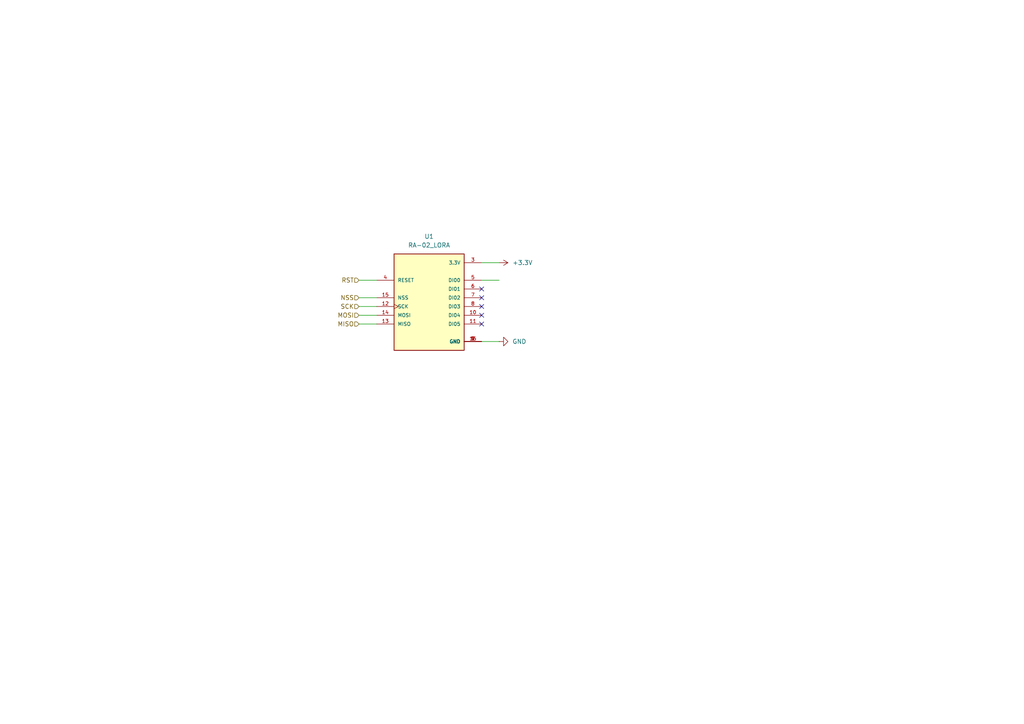
<source format=kicad_sch>
(kicad_sch (version 20231120) (generator "eeschema") (generator_version "8.0")
  (paper "A4")
  (lib_symbols
    (symbol "RA-02_LORA:RA-02_LORA" (pin_names (offset 1.016))
      (property "Reference" "U" (at -10.16 16.51 0))
      (property "Value" "RA-02_LORA" (at -10.16 -13.97 0))
      (symbol "RA-02_LORA_0_0"
        (rectangle (start -10.16 -12.7) (end 10.16 15.24) (stroke (width 0.254)) (fill (type background)))
        (pin power_in line (at 15.24 -10.16 180) (length 5.08) (name "GND") (number "1"))
        (pin bidirectional line (at 15.24 -2.54 180) (length 5.08) (name "DI04") (number "10"))
        (pin bidirectional line (at 15.24 -5.08 180) (length 5.08) (name "DI05") (number "11"))
        (pin input clock (at -15.24 0 0) (length 5.08) (name "SCK") (number "12"))
        (pin output line (at -15.24 -5.08 0) (length 5.08) (name "MISO") (number "13"))
        (pin input line (at -15.24 -2.54 0) (length 5.08) (name "MOSI") (number "14"))
        (pin input line (at -15.24 2.54 0) (length 5.08) (name "NSS") (number "15"))
        (pin power_in line (at 15.24 -10.16 180) (length 5.08) (name "GND") (number "16"))
        (pin power_in line (at 15.24 -10.16 180) (length 5.08) (name "GND") (number "2"))
        (pin power_in line (at 15.24 12.7 180) (length 5.08) (name "3.3V") (number "3"))
        (pin input line (at -15.24 7.62 0) (length 5.08) (name "RESET") (number "4"))
        (pin bidirectional line (at 15.24 7.62 180) (length 5.08) (name "DI00") (number "5"))
        (pin bidirectional line (at 15.24 5.08 180) (length 5.08) (name "DI01") (number "6"))
        (pin bidirectional line (at 15.24 2.54 180) (length 5.08) (name "DI02") (number "7"))
        (pin bidirectional line (at 15.24 0 180) (length 5.08) (name "DI03") (number "8"))
        (pin power_in line (at 15.24 -10.16 180) (length 5.08) (name "GND") (number "9"))
      )
    )
    (symbol "power:+3.3V" (power) (pin_numbers hide) (pin_names (offset 0) hide)
      (property "Value" "+3.3V" (at 0 3.556 0))
      (symbol "+3.3V_0_1"
        (polyline (pts (xy -0.762 1.27) (xy 0 2.54)))
        (polyline (pts (xy 0 0) (xy 0 2.54)))
        (polyline (pts (xy 0 2.54) (xy 0.762 1.27)))
      )
      (symbol "+3.3V_1_1"
        (pin power_in line (at 0 0 90) (length 0) (name "~") (number "1"))
      )
    )
    (symbol "power:GND" (power) (pin_numbers hide) (pin_names (offset 0) hide)
      (property "Value" "GND" (at 0 -3.81 0))
      (symbol "GND_0_1"
        (polyline (pts (xy 0 0) (xy 0 -1.27) (xy 1.27 -1.27) (xy 0 -2.54) (xy -1.27 -1.27) (xy 0 -1.27)))
      )
      (symbol "GND_1_1"
        (pin power_in line (at 0 0 270) (length 0) (name "~") (number "1"))
      )
    )
  )
  (no_connect (at 139.7 91.44))
  (no_connect (at 139.7 86.36))
  (no_connect (at 139.7 88.9))
  (no_connect (at 139.7 93.98))
  (no_connect (at 139.7 83.82))
  (wire (pts (xy 104.14 91.44) (xy 109.22 91.44)))
  (wire (pts (xy 104.14 88.9) (xy 109.22 88.9)))
  (wire (pts (xy 104.14 93.98) (xy 109.22 93.98)))
  (wire (pts (xy 139.7 81.28) (xy 144.78 81.28)))
  (wire (pts (xy 139.7 76.2) (xy 144.78 76.2)))
  (wire (pts (xy 104.14 81.28) (xy 109.22 81.28)))
  (wire (pts (xy 139.7 99.06) (xy 144.78 99.06)))
  (wire (pts (xy 104.14 86.36) (xy 109.22 86.36)))
  (hierarchical_label "MISO" (shape input) (at 104.14 93.98 180))
  (hierarchical_label "SCK" (shape input) (at 104.14 88.9 180))
  (hierarchical_label "RST" (shape input) (at 104.14 81.28 180))
  (hierarchical_label "MOSI" (shape input) (at 104.14 91.44 180))
  (hierarchical_label "NSS" (shape input) (at 104.14 86.36 180))
  (symbol (lib_id "RA-02_LORA:RA-02_LORA") (at 124.46 88.9 0) (unit 1)
    (property "Reference" "U1" (at 124.46 68.58 0))
    (property "Value" "RA-02_LORA" (at 124.46 71.12 0))
    (property "Footprint" "RA-02_LORA:MODULE_RA-02_LORA" (effects (hide yes)))
    (property "MF" "AI-Thinker" (effects (hide yes)))
    (property "MAXIMUM_PACKAGE_HEIGHT" "3.3mm" (effects (hide yes)))
    (property "Package" "None" (effects (hide yes)))
    (property "Price" "None" (effects (hide yes)))
    (property "Check_prices" "https://www.snapeda.com/parts/Ra-02%20LoRa/AI-Thinker/view-part/?ref=eda" (effects (hide yes)))
    (property "STANDARD" "Manufacturer Recommendations" (effects (hide yes)))
    (property "PARTREV" "2018/03/02" (effects (hide yes)))
    (property "SnapEDA_Link" "https://www.snapeda.com/parts/Ra-02%20LoRa/AI-Thinker/view-part/?ref=snap" (effects (hide yes)))
    (property "MP" "Ra-02 LoRa" (effects (hide yes)))
    (property "Description_1" "\nRa-02 LoRa RF M5Stack Platform Evaluation Expansion Board\n" (effects (hide yes)))
    (property "Availability" "Not in stock" (effects (hide yes)))
    (property "MANUFACTURER" "Ai-Thinker" (effects (hide yes)))
  )
  (symbol (lib_id "power:GND") (at 144.78 99.06 90) (unit 1)
    (property "Reference" "#PWR02" (effects (hide yes)))
    (property "Value" "GND" (at 148.59 99.0599 90) (effects (justify right)))
    (property "Description" "Power symbol creates a global label with name \"GND\" , ground" (effects (hide yes)))
  )
  (symbol (lib_id "power:+3.3V") (at 144.78 76.2 270) (unit 1)
    (property "Reference" "#PWR01" (effects (hide yes)))
    (property "Value" "+3.3V" (at 148.59 76.1999 90) (effects (justify left)))
    (property "Description" "Power symbol creates a global label with name \"+3.3V\"" (effects (hide yes)))
  )
)
</source>
